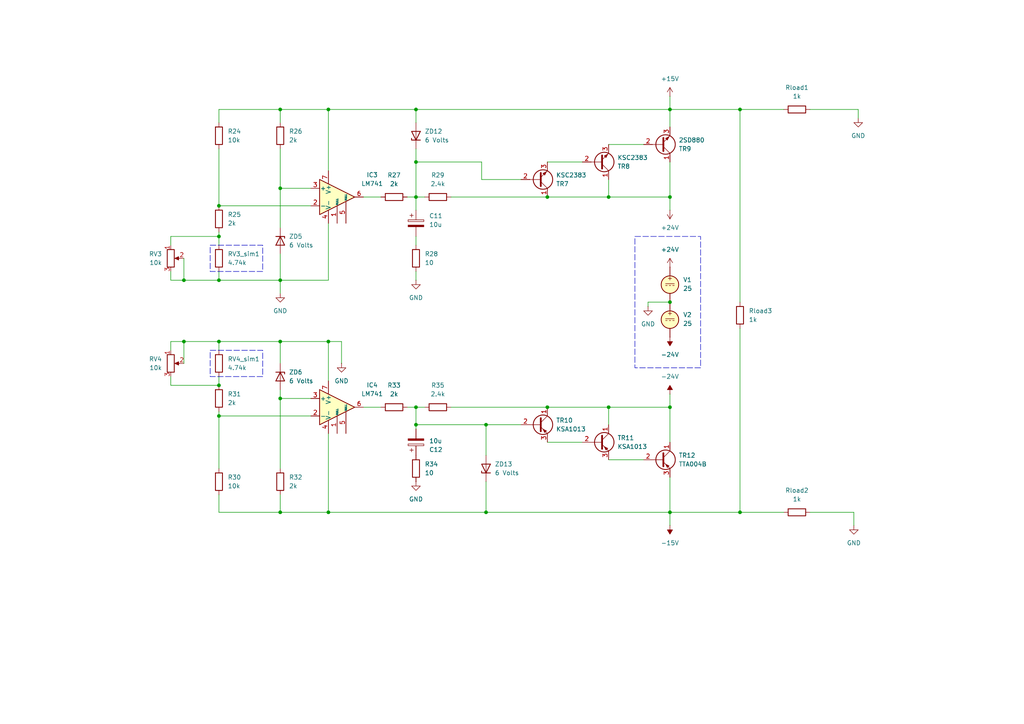
<source format=kicad_sch>
(kicad_sch (version 20250114) (generator "eeschema") (generator_version "9.0")
  (paper "A4")
  (title_block (title "N80HD ±15 Volt Regulated Power Supply") (rev "1") (comment 1 "Substituted components used for simulation"))
  (lib_symbols
    (symbol "Amplifier_Operational:LM741" (pin_names (offset 0.127))
      (property "Reference" "U" (at 0 6.35 0))
      (property "Value" "LM741" (at 0 3.81 0))
      (symbol "LM741_0_1"
        (polyline (pts (xy -5.08 5.08) (xy 5.08 0) (xy -5.08 -5.08) (xy -5.08 5.08)) (stroke (width 0.254)) (fill (type background)))
      )
      (symbol "LM741_1_1"
        (pin input line (at -7.62 2.54 0) (length 2.54) (name "+") (number "3"))
        (pin input line (at -7.62 -2.54 0) (length 2.54) (name "-") (number "2"))
        (pin power_in line (at -2.54 7.62 270) (length 3.81) (name "V+") (number "7"))
        (pin power_in line (at -2.54 -7.62 90) (length 3.81) (name "V-") (number "4"))
        (pin no_connect line (at 0 2.54 270) (length 2.54) (hide yes) (name "NC") (number "8"))
        (pin input line (at 0 -7.62 90) (length 5.08) (name "NULL") (number "1"))
        (pin input line (at 2.54 -7.62 90) (length 6.35) (name "NULL") (number "5"))
        (pin output line (at 7.62 0 180) (length 2.54) (name "~") (number "6"))
      )
    )
    (symbol "Device:C_Polarized" (pin_numbers (hide yes)) (pin_names (offset 0.254))
      (property "Reference" "C" (at 0.635 2.54 0))
      (property "Value" "C_Polarized" (at 0.635 -2.54 0))
      (symbol "C_Polarized_0_1"
        (rectangle (start -2.286 0.508) (end 2.286 1.016))
        (polyline (pts (xy -1.778 2.286) (xy -0.762 2.286)))
        (polyline (pts (xy -1.27 2.794) (xy -1.27 1.778)))
        (rectangle (start 2.286 -0.508) (end -2.286 -1.016) (fill (type outline)))
      )
      (symbol "C_Polarized_1_1"
        (pin passive line (at 0 3.81 270) (length 2.794) (name "~") (number "1"))
        (pin passive line (at 0 -3.81 90) (length 2.794) (name "~") (number "2"))
      )
    )
    (symbol "Device:D_Zener" (pin_numbers (hide yes)) (pin_names (offset 1.016) (hide yes))
      (property "Reference" "D" (at 0 2.54 0))
      (property "Value" "D_Zener" (at 0 -2.54 0))
      (symbol "D_Zener_0_1"
        (polyline (pts (xy -1.27 -1.27) (xy -1.27 1.27) (xy -0.762 1.27)) (stroke (width 0.254)))
        (polyline (pts (xy 1.27 0) (xy -1.27 0)))
        (polyline (pts (xy 1.27 -1.27) (xy 1.27 1.27) (xy -1.27 0) (xy 1.27 -1.27)) (stroke (width 0.254)))
      )
      (symbol "D_Zener_1_1"
        (pin passive line (at -3.81 0 0) (length 2.54) (name "K") (number "1"))
        (pin passive line (at 3.81 0 180) (length 2.54) (name "A") (number "2"))
      )
    )
    (symbol "Device:R" (pin_numbers (hide yes)) (pin_names (offset 0))
      (property "Reference" "R" (at 2.032 0 90))
      (property "Value" "R" (at 0 0 90))
      (symbol "R_0_1"
        (rectangle (start -1.016 -2.54) (end 1.016 2.54) (stroke (width 0.254)))
      )
      (symbol "R_1_1"
        (pin passive line (at 0 3.81 270) (length 1.27) (name "~") (number "1"))
        (pin passive line (at 0 -3.81 90) (length 1.27) (name "~") (number "2"))
      )
    )
    (symbol "Device:R_Potentiometer" (pin_names (offset 1.016) (hide yes))
      (property "Reference" "RV" (at -4.445 0 90))
      (property "Value" "R_Potentiometer" (at -2.54 0 90))
      (symbol "R_Potentiometer_0_1"
        (rectangle (start 1.016 2.54) (end -1.016 -2.54) (stroke (width 0.254)))
        (polyline (pts (xy 1.143 0) (xy 2.286 0.508) (xy 2.286 -0.508) (xy 1.143 0)) (fill (type outline)))
        (polyline (pts (xy 2.54 0) (xy 1.524 0)))
      )
      (symbol "R_Potentiometer_1_1"
        (pin passive line (at 0 3.81 270) (length 1.27) (name "1") (number "1"))
        (pin passive line (at 0 -3.81 90) (length 1.27) (name "3") (number "3"))
        (pin passive line (at 3.81 0 180) (length 1.27) (name "2") (number "2"))
      )
    )
    (symbol "Simulation_SPICE:VDC" (pin_numbers (hide yes)) (pin_names (offset 0.0254))
      (property "Reference" "V" (at 2.54 2.54 0))
      (property "Value" "1" (at 2.54 0 0))
      (symbol "VDC_0_0"
        (polyline (pts (xy -1.27 0.254) (xy 1.27 0.254)))
        (polyline (pts (xy -0.762 -0.254) (xy -1.27 -0.254)))
        (polyline (pts (xy 0.254 -0.254) (xy -0.254 -0.254)))
        (polyline (pts (xy 1.27 -0.254) (xy 0.762 -0.254)))
        (text "+" (at 0 1.905 0) (effects (font (size 1.27 1.27))))
      )
      (symbol "VDC_0_1"
        (circle (center 0 0) (radius 2.54) (stroke (width 0.254)) (fill (type background)))
      )
      (symbol "VDC_1_1"
        (pin passive line (at 0 5.08 270) (length 2.54) (name "~") (number "1"))
        (pin passive line (at 0 -5.08 90) (length 2.54) (name "~") (number "2"))
      )
    )
    (symbol "Transistor_BJT:Q_NPN_CBE" (pin_names (offset 0) (hide yes))
      (property "Reference" "Q" (at 5.08 1.27 0))
      (property "Value" "Q_NPN_CBE" (at 5.08 -1.27 0))
      (symbol "Q_NPN_CBE_0_1"
        (polyline (pts (xy -2.54 0) (xy 0.635 0)))
        (polyline (pts (xy 0.635 1.905) (xy 0.635 -1.905)) (stroke (width 0.508)))
        (circle (center 1.27 0) (radius 2.8194) (stroke (width 0.254)))
      )
      (symbol "Q_NPN_CBE_1_1"
        (polyline (pts (xy 0.635 0.635) (xy 2.54 2.54)))
        (polyline (pts (xy 0.635 -0.635) (xy 2.54 -2.54)))
        (polyline (pts (xy 1.27 -1.778) (xy 1.778 -1.27) (xy 2.286 -2.286) (xy 1.27 -1.778)) (fill (type outline)))
        (pin input line (at -5.08 0 0) (length 2.54) (name "B") (number "2"))
        (pin passive line (at 2.54 5.08 270) (length 2.54) (name "C") (number "1"))
        (pin passive line (at 2.54 -5.08 90) (length 2.54) (name "E") (number "3"))
      )
    )
    (symbol "Transistor_BJT:Q_PNP_CBE" (pin_names (offset 0) (hide yes))
      (property "Reference" "Q" (at 5.08 1.27 0))
      (property "Value" "Q_PNP_CBE" (at 5.08 -1.27 0))
      (symbol "Q_PNP_CBE_0_1"
        (polyline (pts (xy -2.54 0) (xy 0.635 0)))
        (polyline (pts (xy 0.635 1.905) (xy 0.635 -1.905)) (stroke (width 0.508)))
        (polyline (pts (xy 0.635 0.635) (xy 2.54 2.54)))
        (polyline (pts (xy 0.635 -0.635) (xy 2.54 -2.54)))
        (circle (center 1.27 0) (radius 2.8194) (stroke (width 0.254)))
        (polyline (pts (xy 2.286 -1.778) (xy 1.778 -2.286) (xy 1.27 -1.27) (xy 2.286 -1.778)) (fill (type outline)))
      )
      (symbol "Q_PNP_CBE_1_1"
        (pin input line (at -5.08 0 0) (length 2.54) (name "B") (number "2"))
        (pin passive line (at 2.54 5.08 270) (length 2.54) (name "C") (number "1"))
        (pin passive line (at 2.54 -5.08 90) (length 2.54) (name "E") (number "3"))
      )
    )
    (symbol "power:+15V" (power) (pin_numbers (hide yes)) (pin_names (offset 0) (hide yes))
      (property "Value" "+15V" (at 0 3.556 0))
      (symbol "+15V_0_1"
        (polyline (pts (xy -0.762 1.27) (xy 0 2.54)))
        (polyline (pts (xy 0 2.54) (xy 0.762 1.27)))
        (polyline (pts (xy 0 0) (xy 0 2.54)))
      )
      (symbol "+15V_1_1"
        (pin power_in line (at 0 0 90) (length 0) (name "~") (number "1"))
      )
    )
    (symbol "power:+24V" (power) (pin_numbers (hide yes)) (pin_names (offset 0) (hide yes))
      (property "Value" "+24V" (at 0 3.556 0))
      (symbol "+24V_0_1"
        (polyline (pts (xy -0.762 1.27) (xy 0 2.54)))
        (polyline (pts (xy 0 2.54) (xy 0.762 1.27)))
        (polyline (pts (xy 0 0) (xy 0 2.54)))
      )
      (symbol "+24V_1_1"
        (pin power_in line (at 0 0 90) (length 0) (name "~") (number "1"))
      )
    )
    (symbol "power:-15V" (power) (pin_numbers (hide yes)) (pin_names (offset 0) (hide yes))
      (property "Value" "-15V" (at 0 3.556 0))
      (symbol "-15V_0_0"
        (pin power_in line (at 0 0 90) (length 0) (name "~") (number "1"))
      )
      (symbol "-15V_0_1"
        (polyline (pts (xy 0 0) (xy 0 1.27) (xy 0.762 1.27) (xy 0 2.54) (xy -0.762 1.27) (xy 0 1.27)) (fill (type outline)))
      )
    )
    (symbol "power:-24V" (power) (pin_numbers (hide yes)) (pin_names (offset 0) (hide yes))
      (property "Value" "-24V" (at 0 3.556 0))
      (symbol "-24V_0_0"
        (pin power_in line (at 0 0 90) (length 0) (name "~") (number "1"))
      )
      (symbol "-24V_0_1"
        (polyline (pts (xy 0 0) (xy 0 1.27) (xy 0.762 1.27) (xy 0 2.54) (xy -0.762 1.27) (xy 0 1.27)) (fill (type outline)))
      )
    )
    (symbol "power:GND" (power) (pin_numbers (hide yes)) (pin_names (offset 0) (hide yes))
      (property "Value" "GND" (at 0 -3.81 0))
      (symbol "GND_0_1"
        (polyline (pts (xy 0 0) (xy 0 -1.27) (xy 1.27 -1.27) (xy 0 -2.54) (xy -1.27 -1.27) (xy 0 -1.27)))
      )
      (symbol "GND_1_1"
        (pin power_in line (at 0 0 270) (length 0) (name "~") (number "1"))
      )
    )
  )
  (rectangle (start 184.15 68.58) (end 203.2 106.68) (stroke (width 0) (type dash)))
  (rectangle (start 60.96 101.6) (end 76.2 109.22) (stroke (width 0) (type dash)))
  (rectangle (start 60.96 71.12) (end 76.2 78.74) (stroke (width 0) (type dash)))
  (junction (at 63.5 59.69))
  (junction (at 81.28 115.57))
  (junction (at 63.5 111.76))
  (junction (at 81.28 148.59))
  (junction (at 176.53 118.11))
  (junction (at 194.31 31.75))
  (junction (at 120.65 57.15))
  (junction (at 194.31 87.63))
  (junction (at 63.5 81.28))
  (junction (at 63.5 120.65))
  (junction (at 81.28 31.75))
  (junction (at 194.31 148.59))
  (junction (at 95.25 31.75))
  (junction (at 95.25 99.06))
  (junction (at 63.5 68.58))
  (junction (at 95.25 148.59))
  (junction (at 81.28 99.06))
  (junction (at 140.97 148.59))
  (junction (at 158.75 57.15))
  (junction (at 140.97 123.19))
  (junction (at 194.31 118.11))
  (junction (at 53.34 99.06))
  (junction (at 120.65 31.75))
  (junction (at 214.63 31.75))
  (junction (at 120.65 123.19))
  (junction (at 176.53 57.15))
  (junction (at 214.63 148.59))
  (junction (at 81.28 54.61))
  (junction (at 63.5 99.06))
  (junction (at 53.34 81.28))
  (junction (at 158.75 118.11))
  (junction (at 120.65 46.99))
  (junction (at 194.31 57.15))
  (junction (at 81.28 81.28))
  (junction (at 120.65 118.11))
  (wire (pts (xy 95.25 49.53) (xy 95.25 31.75)))
  (wire (pts (xy 158.75 118.11) (xy 176.53 118.11)))
  (wire (pts (xy 63.5 78.74) (xy 63.5 81.28)))
  (wire (pts (xy 63.5 43.18) (xy 63.5 59.69)))
  (wire (pts (xy 194.31 60.96) (xy 194.31 57.15)))
  (wire (pts (xy 158.75 46.99) (xy 168.91 46.99)))
  (wire (pts (xy 194.31 118.11) (xy 194.31 128.27)))
  (wire (pts (xy 176.53 41.91) (xy 186.69 41.91)))
  (wire (pts (xy 49.53 99.06) (xy 53.34 99.06)))
  (wire (pts (xy 63.5 99.06) (xy 81.28 99.06)))
  (wire (pts (xy 99.06 99.06) (xy 99.06 105.41)))
  (wire (pts (xy 214.63 31.75) (xy 227.33 31.75)))
  (wire (pts (xy 63.5 67.31) (xy 63.5 68.58)))
  (wire (pts (xy 81.28 73.66) (xy 81.28 81.28)))
  (wire (pts (xy 194.31 57.15) (xy 176.53 57.15)))
  (wire (pts (xy 53.34 81.28) (xy 63.5 81.28)))
  (wire (pts (xy 53.34 99.06) (xy 53.34 105.41)))
  (wire (pts (xy 194.31 138.43) (xy 194.31 148.59)))
  (wire (pts (xy 49.53 101.6) (xy 49.53 99.06)))
  (wire (pts (xy 194.31 148.59) (xy 194.31 152.4)))
  (wire (pts (xy 81.28 99.06) (xy 95.25 99.06)))
  (wire (pts (xy 90.17 120.65) (xy 63.5 120.65)))
  (wire (pts (xy 140.97 123.19) (xy 140.97 132.08)))
  (wire (pts (xy 214.63 148.59) (xy 227.33 148.59)))
  (wire (pts (xy 158.75 57.15) (xy 130.81 57.15)))
  (wire (pts (xy 118.11 57.15) (xy 120.65 57.15)))
  (wire (pts (xy 81.28 81.28) (xy 81.28 85.09)))
  (wire (pts (xy 176.53 52.07) (xy 176.53 57.15)))
  (wire (pts (xy 234.95 31.75) (xy 248.92 31.75)))
  (wire (pts (xy 187.96 88.9) (xy 187.96 87.63)))
  (wire (pts (xy 120.65 81.28) (xy 120.65 78.74)))
  (wire (pts (xy 234.95 148.59) (xy 247.65 148.59)))
  (wire (pts (xy 95.25 125.73) (xy 95.25 148.59)))
  (wire (pts (xy 63.5 35.56) (xy 63.5 31.75)))
  (wire (pts (xy 81.28 35.56) (xy 81.28 31.75)))
  (wire (pts (xy 81.28 148.59) (xy 95.25 148.59)))
  (wire (pts (xy 49.53 111.76) (xy 63.5 111.76)))
  (wire (pts (xy 63.5 120.65) (xy 63.5 119.38)))
  (wire (pts (xy 247.65 148.59) (xy 247.65 152.4)))
  (wire (pts (xy 187.96 87.63) (xy 194.31 87.63)))
  (wire (pts (xy 81.28 143.51) (xy 81.28 148.59)))
  (wire (pts (xy 63.5 81.28) (xy 81.28 81.28)))
  (wire (pts (xy 53.34 74.93) (xy 53.34 81.28)))
  (wire (pts (xy 194.31 31.75) (xy 214.63 31.75)))
  (wire (pts (xy 139.7 46.99) (xy 120.65 46.99)))
  (wire (pts (xy 130.81 118.11) (xy 158.75 118.11)))
  (wire (pts (xy 105.41 118.11) (xy 110.49 118.11)))
  (wire (pts (xy 49.53 109.22) (xy 49.53 111.76)))
  (wire (pts (xy 95.25 64.77) (xy 95.25 81.28)))
  (wire (pts (xy 140.97 123.19) (xy 151.13 123.19)))
  (wire (pts (xy 120.65 57.15) (xy 123.19 57.15)))
  (wire (pts (xy 95.25 31.75) (xy 120.65 31.75)))
  (wire (pts (xy 176.53 133.35) (xy 186.69 133.35)))
  (wire (pts (xy 81.28 31.75) (xy 95.25 31.75)))
  (wire (pts (xy 120.65 57.15) (xy 120.65 60.96)))
  (wire (pts (xy 194.31 36.83) (xy 194.31 31.75)))
  (wire (pts (xy 49.53 78.74) (xy 49.53 81.28)))
  (wire (pts (xy 120.65 123.19) (xy 140.97 123.19)))
  (wire (pts (xy 194.31 114.3) (xy 194.31 118.11)))
  (wire (pts (xy 95.25 99.06) (xy 95.25 110.49)))
  (wire (pts (xy 63.5 99.06) (xy 63.5 101.6)))
  (wire (pts (xy 81.28 54.61) (xy 90.17 54.61)))
  (wire (pts (xy 120.65 43.18) (xy 120.65 46.99)))
  (wire (pts (xy 176.53 118.11) (xy 194.31 118.11)))
  (wire (pts (xy 176.53 118.11) (xy 176.53 123.19)))
  (wire (pts (xy 120.65 123.19) (xy 120.65 124.46)))
  (wire (pts (xy 49.53 81.28) (xy 53.34 81.28)))
  (wire (pts (xy 90.17 115.57) (xy 81.28 115.57)))
  (wire (pts (xy 194.31 31.75) (xy 120.65 31.75)))
  (wire (pts (xy 118.11 118.11) (xy 120.65 118.11)))
  (wire (pts (xy 81.28 81.28) (xy 95.25 81.28)))
  (wire (pts (xy 63.5 148.59) (xy 81.28 148.59)))
  (wire (pts (xy 120.65 118.11) (xy 123.19 118.11)))
  (wire (pts (xy 63.5 68.58) (xy 63.5 71.12)))
  (wire (pts (xy 49.53 68.58) (xy 63.5 68.58)))
  (wire (pts (xy 194.31 148.59) (xy 214.63 148.59)))
  (wire (pts (xy 214.63 95.25) (xy 214.63 148.59)))
  (wire (pts (xy 81.28 113.03) (xy 81.28 115.57)))
  (wire (pts (xy 120.65 31.75) (xy 120.65 35.56)))
  (wire (pts (xy 248.92 31.75) (xy 248.92 34.29)))
  (wire (pts (xy 120.65 46.99) (xy 120.65 57.15)))
  (wire (pts (xy 105.41 57.15) (xy 110.49 57.15)))
  (wire (pts (xy 214.63 31.75) (xy 214.63 87.63)))
  (wire (pts (xy 95.25 99.06) (xy 99.06 99.06)))
  (wire (pts (xy 81.28 66.04) (xy 81.28 54.61)))
  (wire (pts (xy 176.53 57.15) (xy 158.75 57.15)))
  (wire (pts (xy 63.5 109.22) (xy 63.5 111.76)))
  (wire (pts (xy 63.5 120.65) (xy 63.5 135.89)))
  (wire (pts (xy 63.5 143.51) (xy 63.5 148.59)))
  (wire (pts (xy 140.97 148.59) (xy 194.31 148.59)))
  (wire (pts (xy 95.25 148.59) (xy 140.97 148.59)))
  (wire (pts (xy 158.75 128.27) (xy 168.91 128.27)))
  (wire (pts (xy 81.28 43.18) (xy 81.28 54.61)))
  (wire (pts (xy 140.97 139.7) (xy 140.97 148.59)))
  (wire (pts (xy 63.5 31.75) (xy 81.28 31.75)))
  (wire (pts (xy 49.53 68.58) (xy 49.53 71.12)))
  (wire (pts (xy 120.65 118.11) (xy 120.65 123.19)))
  (wire (pts (xy 63.5 59.69) (xy 90.17 59.69)))
  (wire (pts (xy 81.28 115.57) (xy 81.28 135.89)))
  (wire (pts (xy 120.65 68.58) (xy 120.65 71.12)))
  (wire (pts (xy 139.7 52.07) (xy 151.13 52.07)))
  (wire (pts (xy 139.7 46.99) (xy 139.7 52.07)))
  (wire (pts (xy 81.28 99.06) (xy 81.28 105.41)))
  (wire (pts (xy 53.34 99.06) (xy 63.5 99.06)))
  (wire (pts (xy 194.31 27.94) (xy 194.31 31.75)))
  (wire (pts (xy 194.31 46.99) (xy 194.31 57.15)))
  (symbol (lib_id "Device:D_Zener") (at 120.65 39.37 90) (unit 1)
    (property "Reference" "ZD12" (at 123.19 38.0999 90) (effects (justify right)))
    (property "Value" "6 Volts" (at 123.19 40.6399 90) (effects (justify right)))
    (property "Description" "Zener diode" (effects (hide yes)))
    (property "Sim.Device" "D" (effects (hide yes)))
    (property "Sim.Pins" "1=K 2=A" (effects (hide yes)))
    (property "Sim.Params" "bv=6" (effects (hide yes)))
  )
  (symbol (lib_id "Device:R") (at 114.3 118.11 90) (unit 1)
    (property "Reference" "R33" (at 114.3 111.76 90))
    (property "Value" "2k" (at 114.3 114.3 90))
    (property "Description" "Resistor" (effects (hide yes)))
  )
  (symbol (lib_id "Device:R") (at 63.5 74.93 180) (unit 1) (in_bom no) (on_board no)
    (property "Reference" "RV3_sim1" (at 66.04 73.6599 0) (effects (justify right)))
    (property "Value" "4.74k" (at 66.04 76.1999 0) (effects (justify right)))
    (property "Description" "Resistor" (effects (hide yes)))
  )
  (symbol (lib_id "Device:R") (at 114.3 57.15 90) (unit 1)
    (property "Reference" "R27" (at 114.3 50.8 90))
    (property "Value" "2k" (at 114.3 53.34 90))
    (property "Description" "Resistor" (effects (hide yes)))
  )
  (symbol (lib_id "Device:R") (at 63.5 105.41 180) (unit 1) (in_bom no) (on_board no)
    (property "Reference" "RV4_sim1" (at 66.04 104.1399 0) (effects (justify right)))
    (property "Value" "4.74k" (at 66.04 106.6799 0) (effects (justify right)))
    (property "Description" "Resistor" (effects (hide yes)))
  )
  (symbol (lib_id "power:-24V") (at 194.31 97.79 180) (unit 1)
    (property "Reference" "#PWR05" (effects (hide yes)))
    (property "Value" "-24V" (at 194.31 102.87 0))
    (property "Description" "Power symbol creates a global label with name \"-24V\"" (effects (hide yes)))
  )
  (symbol (lib_id "Transistor_BJT:Q_NPN_CBE") (at 156.21 52.07 0) (mirror x) (unit 1)
    (property "Reference" "TR7" (at 161.29 53.3401 0) (effects (justify left)))
    (property "Value" "KSC2383" (at 161.29 50.8001 0) (effects (justify left)))
    (property "Description" "NPN transistor, collector/base/emitter" (effects (hide yes)))
    (property "Sim.Library" "KSC2383.lib" (effects (hide yes)))
    (property "Sim.Name" "KSC2383" (effects (hide yes)))
    (property "Sim.Device" "NPN" (effects (hide yes)))
    (property "Sim.Type" "GUMMELPOON" (effects (hide yes)))
    (property "Sim.Pins" "1=C 2=B 3=E" (effects (hide yes)))
  )
  (symbol (lib_id "power:+24V") (at 194.31 77.47 0) (unit 1)
    (property "Reference" "#PWR011" (effects (hide yes)))
    (property "Value" "+24V" (at 194.31 72.39 0))
    (property "Description" "Power symbol creates a global label with name \"+24V\"" (effects (hide yes)))
  )
  (symbol (lib_id "Device:R") (at 81.28 39.37 180) (unit 1)
    (property "Reference" "R26" (at 83.82 38.0999 0) (effects (justify right)))
    (property "Value" "2k" (at 83.82 40.6399 0) (effects (justify right)))
    (property "Description" "Resistor" (effects (hide yes)))
  )
  (symbol (lib_id "Transistor_BJT:Q_NPN_CBE") (at 173.99 46.99 0) (mirror x) (unit 1)
    (property "Reference" "TR8" (at 179.07 48.2601 0) (effects (justify left)))
    (property "Value" "KSC2383" (at 179.07 45.7201 0) (effects (justify left)))
    (property "Description" "NPN transistor, collector/base/emitter" (effects (hide yes)))
    (property "Sim.Library" "KSC2383.lib" (effects (hide yes)))
    (property "Sim.Name" "KSC2383" (effects (hide yes)))
    (property "Sim.Device" "NPN" (effects (hide yes)))
    (property "Sim.Type" "GUMMELPOON" (effects (hide yes)))
    (property "Sim.Pins" "1=C 2=B 3=E" (effects (hide yes)))
  )
  (symbol (lib_id "Device:R") (at 127 118.11 90) (unit 1)
    (property "Reference" "R35" (at 127 111.76 90))
    (property "Value" "2.4k" (at 127 114.3 90))
    (property "Description" "Resistor" (effects (hide yes)))
  )
  (symbol (lib_id "Transistor_BJT:Q_PNP_CBE") (at 173.99 128.27 0) (unit 1)
    (property "Reference" "TR11" (at 179.07 126.9999 0) (effects (justify left)))
    (property "Value" "KSA1013" (at 179.07 129.5399 0) (effects (justify left)))
    (property "Description" "PNP transistor, collector/base/emitter" (effects (hide yes)))
    (property "Sim.Library" "2SA1013.lib" (effects (hide yes)))
    (property "Sim.Name" "2SA1013" (effects (hide yes)))
    (property "Sim.Device" "PNP" (effects (hide yes)))
    (property "Sim.Pins" "1=C 2=B 3=E" (effects (hide yes)))
    (property "Sim.Type" "GUMMELPOON" (effects (hide yes)))
  )
  (symbol (lib_id "Device:D_Zener") (at 140.97 135.89 90) (unit 1)
    (property "Reference" "ZD13" (at 143.51 134.6199 90) (effects (justify right)))
    (property "Value" "6 Volts" (at 143.51 137.1599 90) (effects (justify right)))
    (property "Description" "Zener diode" (effects (hide yes)))
    (property "Sim.Device" "D" (effects (hide yes)))
    (property "Sim.Pins" "1=K 2=A" (effects (hide yes)))
    (property "Sim.Params" "bv=6" (effects (hide yes)))
  )
  (symbol (lib_id "power:GND") (at 248.92 34.29 0) (unit 1)
    (property "Reference" "#PWR013" (effects (hide yes)))
    (property "Value" "GND" (at 248.92 39.37 0))
    (property "Description" "Power symbol creates a global label with name \"GND\" , ground" (effects (hide yes)))
  )
  (symbol (lib_id "Device:R") (at 120.65 135.89 180) (unit 1)
    (property "Reference" "R34" (at 123.19 134.6199 0) (effects (justify right)))
    (property "Value" "10" (at 123.19 137.1599 0) (effects (justify right)))
    (property "Description" "Resistor" (effects (hide yes)))
  )
  (symbol (lib_id "Device:R") (at 231.14 31.75 90) (unit 1)
    (property "Reference" "Rload1" (at 231.14 25.4 90))
    (property "Value" "1k" (at 231.14 27.94 90))
    (property "Description" "Resistor" (effects (hide yes)))
  )
  (symbol (lib_id "Transistor_BJT:Q_NPN_CBE") (at 191.77 41.91 0) (mirror x) (unit 1)
    (property "Reference" "TR9" (at 196.85 43.1801 0) (effects (justify left)))
    (property "Value" "2SD880" (at 196.85 40.6401 0) (effects (justify left)))
    (property "Description" "NPN transistor, collector/base/emitter" (effects (hide yes)))
    (property "Sim.Library" "2N2222A.mod" (effects (hide yes)))
    (property "Sim.Name" "2SD880" (effects (hide yes)))
    (property "Sim.Device" "NPN" (effects (hide yes)))
    (property "Sim.Type" "GUMMELPOON" (effects (hide yes)))
    (property "Sim.Pins" "1=C 2=B 3=E" (effects (hide yes)))
  )
  (symbol (lib_id "Device:R_Potentiometer") (at 49.53 105.41 0) (unit 1) (exclude_from_sim yes)
    (property "Reference" "RV4" (at 46.99 104.1399 0) (effects (justify right)))
    (property "Value" "10k" (at 46.99 106.6799 0) (effects (justify right)))
    (property "Description" "Potentiometer" (effects (hide yes)))
  )
  (symbol (lib_id "power:+24V") (at 194.31 60.96 180) (unit 1)
    (property "Reference" "#PWR08" (effects (hide yes)))
    (property "Value" "+24V" (at 194.31 66.04 0))
    (property "Description" "Power symbol creates a global label with name \"+24V\"" (effects (hide yes)))
  )
  (symbol (lib_id "Amplifier_Operational:LM741") (at 97.79 118.11 0) (unit 1)
    (property "Reference" "IC4" (at 107.95 111.6898 0))
    (property "Value" "LM741" (at 107.95 114.2298 0))
    (property "Datasheet" "http://www.ti.com/lit/ds/symlink/lm741.pdf" (effects (hide yes)))
    (property "Description" "Operational Amplifier, DIP-8/TO-99-8" (effects (hide yes)))
    (property "Sim.Library" "lm741.lib" (effects (hide yes)))
    (property "Sim.Name" "LM741" (effects (hide yes)))
    (property "Sim.Device" "SUBCKT" (effects (hide yes)))
    (property "Sim.Pins" "2=2 3=1 4=50 6=28 7=99" (effects (hide yes)))
  )
  (symbol (lib_id "Device:R") (at 63.5 63.5 180) (unit 1)
    (property "Reference" "R25" (at 66.04 62.2299 0) (effects (justify right)))
    (property "Value" "2k" (at 66.04 64.7699 0) (effects (justify right)))
    (property "Description" "Resistor" (effects (hide yes)))
  )
  (symbol (lib_id "power:GND") (at 120.65 139.7 0) (unit 1)
    (property "Reference" "#PWR02" (effects (hide yes)))
    (property "Value" "GND" (at 120.65 144.78 0))
    (property "Description" "Power symbol creates a global label with name \"GND\" , ground" (effects (hide yes)))
  )
  (symbol (lib_id "Device:R") (at 63.5 139.7 180) (unit 1)
    (property "Reference" "R30" (at 66.04 138.4299 0) (effects (justify right)))
    (property "Value" "10k" (at 66.04 140.9699 0) (effects (justify right)))
    (property "Description" "Resistor" (effects (hide yes)))
  )
  (symbol (lib_id "Transistor_BJT:Q_PNP_CBE") (at 156.21 123.19 0) (unit 1)
    (property "Reference" "TR10" (at 161.29 121.9199 0) (effects (justify left)))
    (property "Value" "KSA1013" (at 161.29 124.4599 0) (effects (justify left)))
    (property "Description" "PNP transistor, collector/base/emitter" (effects (hide yes)))
    (property "Sim.Library" "2SA1013.lib" (effects (hide yes)))
    (property "Sim.Name" "2SA1013" (effects (hide yes)))
    (property "Sim.Device" "PNP" (effects (hide yes)))
    (property "Sim.Type" "GUMMELPOON" (effects (hide yes)))
    (property "Sim.Pins" "1=C 2=B 3=E" (effects (hide yes)))
  )
  (symbol (lib_id "Device:R") (at 127 57.15 90) (unit 1)
    (property "Reference" "R29" (at 127 50.8 90))
    (property "Value" "2.4k" (at 127 53.34 90))
    (property "Description" "Resistor" (effects (hide yes)))
  )
  (symbol (lib_id "Transistor_BJT:Q_PNP_CBE") (at 191.77 133.35 0) (unit 1)
    (property "Reference" "TR12" (at 196.85 132.0799 0) (effects (justify left)))
    (property "Value" "TTA004B" (at 196.85 134.6199 0) (effects (justify left)))
    (property "Description" "PNP transistor, collector/base/emitter" (effects (hide yes)))
    (property "Sim.Library" "TTA004B.lib" (effects (hide yes)))
    (property "Sim.Name" "TTA004B" (effects (hide yes)))
    (property "Sim.Device" "SUBCKT" (effects (hide yes)))
    (property "Sim.Pins" "1=1 2=2 3=3" (effects (hide yes)))
  )
  (symbol (lib_id "Device:C_Polarized") (at 120.65 64.77 0) (unit 1)
    (property "Reference" "C11" (at 124.46 62.6109 0) (effects (justify left)))
    (property "Value" "10u" (at 124.46 65.1509 0) (effects (justify left)))
    (property "Description" "Polarized capacitor" (effects (hide yes)))
  )
  (symbol (lib_id "Device:R") (at 81.28 139.7 180) (unit 1)
    (property "Reference" "R32" (at 83.82 138.4299 0) (effects (justify right)))
    (property "Value" "2k" (at 83.82 140.9699 0) (effects (justify right)))
    (property "Description" "Resistor" (effects (hide yes)))
  )
  (symbol (lib_id "Device:R") (at 120.65 74.93 180) (unit 1)
    (property "Reference" "R28" (at 123.19 73.6599 0) (effects (justify right)))
    (property "Value" "10" (at 123.19 76.1999 0) (effects (justify right)))
    (property "Description" "Resistor" (effects (hide yes)))
  )
  (symbol (lib_id "Device:C_Polarized") (at 120.65 128.27 0) (mirror x) (unit 1)
    (property "Reference" "C12" (at 124.46 130.4291 0) (effects (justify left)))
    (property "Value" "10u" (at 124.46 127.8891 0) (effects (justify left)))
    (property "Description" "Polarized capacitor" (effects (hide yes)))
  )
  (symbol (lib_id "Device:R") (at 63.5 39.37 180) (unit 1)
    (property "Reference" "R24" (at 66.04 38.0999 0) (effects (justify right)))
    (property "Value" "10k" (at 66.04 40.6399 0) (effects (justify right)))
    (property "Description" "Resistor" (effects (hide yes)))
  )
  (symbol (lib_id "power:-24V") (at 194.31 114.3 0) (unit 1)
    (property "Reference" "#PWR010" (effects (hide yes)))
    (property "Value" "-24V" (at 194.31 109.22 0))
    (property "Description" "Power symbol creates a global label with name \"-24V\"" (effects (hide yes)))
  )
  (symbol (lib_id "power:+15V") (at 194.31 27.94 0) (unit 1)
    (property "Reference" "#PWR07" (effects (hide yes)))
    (property "Value" "+15V" (at 194.31 22.86 0))
    (property "Description" "Power symbol creates a global label with name \"+15V\"" (effects (hide yes)))
  )
  (symbol (lib_id "power:GND") (at 99.06 105.41 0) (unit 1)
    (property "Reference" "#PWR04" (effects (hide yes)))
    (property "Value" "GND" (at 99.06 110.49 0))
    (property "Description" "Power symbol creates a global label with name \"GND\" , ground" (effects (hide yes)))
  )
  (symbol (lib_id "Device:D_Zener") (at 81.28 109.22 270) (unit 1)
    (property "Reference" "ZD6" (at 83.82 107.9499 90) (effects (justify left)))
    (property "Value" "6 Volts" (at 83.82 110.4899 90) (effects (justify left)))
    (property "Description" "Zener diode" (effects (hide yes)))
    (property "Sim.Device" "D" (effects (hide yes)))
    (property "Sim.Pins" "1=K 2=A" (effects (hide yes)))
    (property "Sim.Params" "bv=6" (effects (hide yes)))
  )
  (symbol (lib_id "Device:D_Zener") (at 81.28 69.85 270) (unit 1)
    (property "Reference" "ZD5" (at 83.82 68.5799 90) (effects (justify left)))
    (property "Value" "6 Volts" (at 83.82 71.1199 90) (effects (justify left)))
    (property "Description" "Zener diode" (effects (hide yes)))
    (property "Sim.Device" "D" (effects (hide yes)))
    (property "Sim.Pins" "1=K 2=A" (effects (hide yes)))
    (property "Sim.Params" "bv=6" (effects (hide yes)))
  )
  (symbol (lib_id "Device:R") (at 214.63 91.44 0) (unit 1)
    (property "Reference" "Rload3" (at 217.17 90.1699 0) (effects (justify left)))
    (property "Value" "1k" (at 217.17 92.7099 0) (effects (justify left)))
    (property "Description" "Resistor" (effects (hide yes)))
  )
  (symbol (lib_id "Simulation_SPICE:VDC") (at 194.31 92.71 0) (unit 1) (in_bom no) (on_board no)
    (property "Reference" "V2" (at 198.12 91.3101 0) (effects (justify left)))
    (property "Value" "25" (at 198.12 93.8501 0) (effects (justify left)))
    (property "Datasheet" "https://ngspice.sourceforge.io/docs/ngspice-html-manual/manual.xhtml#sec_Independent_Sources_for" (effects (hide yes)))
    (property "Description" "Voltage source, DC" (effects (hide yes)))
    (property "Sim.Pins" "1=+ 2=-" (effects (hide yes)))
    (property "Sim.Type" "DC" (effects (hide yes)))
    (property "Sim.Device" "V" (effects (hide yes)))
  )
  (symbol (lib_id "power:GND") (at 247.65 152.4 0) (unit 1)
    (property "Reference" "#PWR012" (effects (hide yes)))
    (property "Value" "GND" (at 247.65 157.48 0))
    (property "Description" "Power symbol creates a global label with name \"GND\" , ground" (effects (hide yes)))
  )
  (symbol (lib_id "Simulation_SPICE:VDC") (at 194.31 82.55 0) (unit 1) (in_bom no) (on_board no)
    (property "Reference" "V1" (at 198.12 81.1501 0) (effects (justify left)))
    (property "Value" "25" (at 198.12 83.6901 0) (effects (justify left)))
    (property "Datasheet" "https://ngspice.sourceforge.io/docs/ngspice-html-manual/manual.xhtml#sec_Independent_Sources_for" (effects (hide yes)))
    (property "Description" "Voltage source, DC" (effects (hide yes)))
    (property "Sim.Pins" "1=+ 2=-" (effects (hide yes)))
    (property "Sim.Type" "DC" (effects (hide yes)))
    (property "Sim.Device" "V" (effects (hide yes)))
  )
  (symbol (lib_id "Device:R_Potentiometer") (at 49.53 74.93 0) (unit 1) (exclude_from_sim yes)
    (property "Reference" "RV3" (at 46.99 73.6599 0) (effects (justify right)))
    (property "Value" "10k" (at 46.99 76.1999 0) (effects (justify right)))
    (property "Description" "Potentiometer" (effects (hide yes)))
  )
  (symbol (lib_id "Device:R") (at 63.5 115.57 180) (unit 1)
    (property "Reference" "R31" (at 66.04 114.2999 0) (effects (justify right)))
    (property "Value" "2k" (at 66.04 116.8399 0) (effects (justify right)))
    (property "Description" "Resistor" (effects (hide yes)))
  )
  (symbol (lib_id "power:GND") (at 187.96 88.9 0) (unit 1)
    (property "Reference" "#PWR03" (effects (hide yes)))
    (property "Value" "GND" (at 187.96 93.98 0))
    (property "Description" "Power symbol creates a global label with name \"GND\" , ground" (effects (hide yes)))
  )
  (symbol (lib_id "Device:R") (at 231.14 148.59 90) (unit 1)
    (property "Reference" "Rload2" (at 231.14 142.24 90))
    (property "Value" "1k" (at 231.14 144.78 90))
    (property "Description" "Resistor" (effects (hide yes)))
  )
  (symbol (lib_id "Amplifier_Operational:LM741") (at 97.79 57.15 0) (unit 1)
    (property "Reference" "IC3" (at 107.95 50.7298 0))
    (property "Value" "LM741" (at 107.95 53.2698 0))
    (property "Datasheet" "http://www.ti.com/lit/ds/symlink/lm741.pdf" (effects (hide yes)))
    (property "Description" "Operational Amplifier, DIP-8/TO-99-8" (effects (hide yes)))
    (property "Sim.Library" "lm741.lib" (effects (hide yes)))
    (property "Sim.Name" "LM741" (effects (hide yes)))
    (property "Sim.Device" "SUBCKT" (effects (hide yes)))
    (property "Sim.Pins" "2=2 3=1 4=50 6=28 7=99" (effects (hide yes)))
  )
  (symbol (lib_id "power:GND") (at 120.65 81.28 0) (unit 1)
    (property "Reference" "#PWR01" (effects (hide yes)))
    (property "Value" "GND" (at 120.65 86.36 0))
    (property "Description" "Power symbol creates a global label with name \"GND\" , ground" (effects (hide yes)))
  )
  (symbol (lib_id "power:-15V") (at 194.31 152.4 180) (unit 1)
    (property "Reference" "#PWR09" (effects (hide yes)))
    (property "Value" "-15V" (at 194.31 157.48 0))
    (property "Description" "Power symbol creates a global label with name \"-15V\"" (effects (hide yes)))
  )
  (symbol (lib_id "power:GND") (at 81.28 85.09 0) (unit 1)
    (property "Reference" "#PWR06" (effects (hide yes)))
    (property "Value" "GND" (at 81.28 90.17 0))
    (property "Description" "Power symbol creates a global label with name \"GND\" , ground" (effects (hide yes)))
  )
)
</source>
